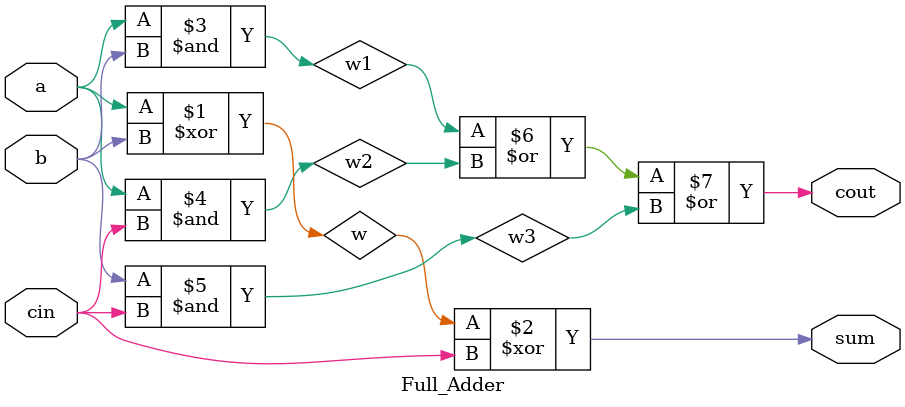
<source format=v>
`timescale 1ns/1ps

module Multiplier (a, b, p);
input [4-1:0] a, b;
output [8-1:0] p;
wire [3-1:0] x, carry;
wire [3-1:0] sum1, sum2;
wire [4-1:0] y, z, w;

and A0B0 (p[0], a[0], b[0]);
and A1B0 (x[0], a[1], b[0]);
and A2B0 (x[1], a[2], b[0]);
and A3B0 (x[2], a[3], b[0]);

and A0B1 (y[0], a[0], b[1]);
and A1B1 (y[1], a[1], b[1]);
and A2B1 (y[2], a[2], b[1]);
and A3B1 (y[3], a[3], b[1]);

and A0B2 (z[0], a[0], b[2]);
and A1B2 (z[1], a[1], b[2]);
and A2B2 (z[2], a[2], b[2]);
and A3B2 (z[3], a[3], b[2]);

and A0B3 (w[0], a[0], b[3]);
and A1B3 (w[1], a[1], b[3]);
and A2B3 (w[2], a[2], b[3]);
and A3B3 (w[3], a[3], b[3]);

Adder_4bit adder1 (
    .a ({1'b0, x[2:0]}), 
    .b (y), 
    .cout (carry[0]), 
    .sum ({sum1, p[1]})
);

Adder_4bit adder2 (
    .a ({carry[0], sum1}), 
    .b (z),  
    .cout (carry[1]), 
    .sum ({sum2, p[2]})
);

Adder_4bit adder3 (
    .a ({carry[1], sum2}), 
    .b (w),  
    .cout (p[7]), 
    .sum (p[6:3])
);

endmodule

module Adder_4bit (a, b, cout, sum);
input [4-1:0] a, b;
output cout;
output [4-1:0] sum;
wire c1, c2, c3;
wire [4-1:0] g, p, w;

Full_Adder fa0 (
    .a (a[0]),
    .b (b[0]),
    .cin (1'b0),
    .cout (p[0]),
    .sum (sum[0])
);
and G0 (g[0], a[0], b[0]);
and W0 (w[0], p[0], 1'b0);
or C1 (c1, g[0], w[0]);

Full_Adder fa1 (
    .a (a[1]),
    .b (b[1]),
    .cin (c1),
    .cout (p[1]),
    .sum (sum[1])
);
and G1 (g[1], a[1], b[1]);
and W1 (w[1], p[1], c1);
or C2 (c2, g[1], w[1]);

Full_Adder fa2 (
    .a (a[2]),
    .b (b[2]),
    .cin (c2),
    .cout (p[2]),
    .sum (sum[2])
);
and G2 (g[2], a[2], b[2]);
and W2 (w[2], p[2], c2);
or C3 (c3, g[2], w[2]);

Full_Adder fa3 (
    .a (a[3]),
    .b (b[3]),
    .cin (c3),
    .cout (p[3]),
    .sum (sum[3])
);
and G3 (g[3], a[3], b[3]);
and W3 (w[3], p[3], c3);
or C4 (cout, g[3], w[3]);

endmodule


module Full_Adder (a, b, cin, cout, sum);
input a, b, cin;
output sum, cout;
wire w, w1, w2, w3;

xor xor1 (w, a, b);
xor xor2 (sum, w, cin);

and and1 (w1, a, b);
and and2 (w2, a, cin);
and and3 (w3, b, cin);
or ans (cout, w1, w2, w3);

endmodule


</source>
